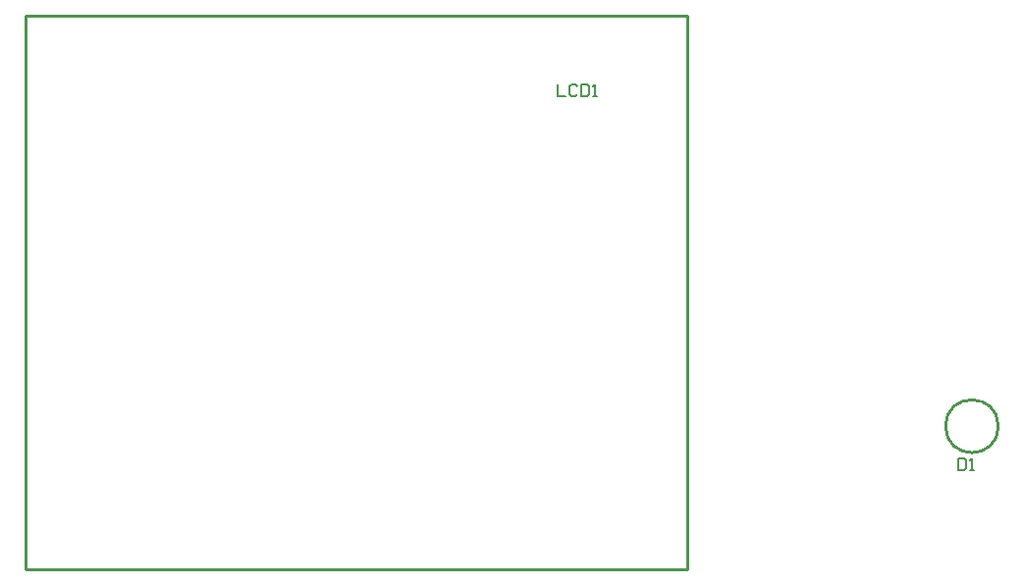
<source format=gto>
%FSLAX25Y25*%
%MOIN*%
G70*
G01*
G75*
G04 Layer_Color=65535*
%ADD10C,0.02362*%
%ADD11C,0.02063*%
%ADD12R,0.01969X0.07874*%
%ADD13C,0.00984*%
%ADD14C,0.01000*%
%ADD15C,0.00787*%
%ADD16C,0.01969*%
%ADD17C,0.01378*%
%ADD18C,0.01181*%
%ADD19C,0.06000*%
%ADD20R,0.06000X0.06000*%
%ADD21C,0.05906*%
%ADD22R,0.05906X0.05906*%
%ADD23O,0.07874X0.11811*%
%ADD24C,0.09843*%
%ADD25C,0.07874*%
%ADD26R,0.05906X0.05906*%
%ADD27R,0.04724X0.06693*%
%ADD28C,0.02756*%
%ADD29C,0.02598*%
%ADD30R,0.03543X0.02362*%
%ADD31R,0.02756X0.03543*%
%ADD32R,0.02362X0.03543*%
%ADD33R,0.03543X0.02756*%
%ADD34R,0.05512X0.03937*%
G04:AMPARAMS|DCode=35|XSize=27.56mil|YSize=35.43mil|CornerRadius=0mil|HoleSize=0mil|Usage=FLASHONLY|Rotation=315.000|XOffset=0mil|YOffset=0mil|HoleType=Round|Shape=Rectangle|*
%AMROTATEDRECTD35*
4,1,4,-0.02227,-0.00278,0.00278,0.02227,0.02227,0.00278,-0.00278,-0.02227,-0.02227,-0.00278,0.0*
%
%ADD35ROTATEDRECTD35*%

%ADD36R,0.10236X0.04724*%
%ADD37R,0.02559X0.03543*%
%ADD38R,0.03937X0.05512*%
G04:AMPARAMS|DCode=39|XSize=27.56mil|YSize=35.43mil|CornerRadius=0mil|HoleSize=0mil|Usage=FLASHONLY|Rotation=45.000|XOffset=0mil|YOffset=0mil|HoleType=Round|Shape=Rectangle|*
%AMROTATEDRECTD39*
4,1,4,0.00278,-0.02227,-0.02227,0.00278,-0.00278,0.02227,0.02227,-0.00278,0.00278,-0.02227,0.0*
%
%ADD39ROTATEDRECTD39*%

%ADD40R,0.01575X0.02362*%
%ADD41R,0.02362X0.01575*%
%ADD42R,0.03937X0.00787*%
%ADD43R,0.03937X0.01969*%
%ADD44R,0.06299X0.05118*%
%ADD45R,0.03543X0.03937*%
%ADD46O,0.08661X0.02362*%
%ADD47O,0.01181X0.07087*%
%ADD48O,0.07087X0.01181*%
%ADD49O,0.05906X0.01969*%
%ADD50R,0.16929X0.16929*%
%ADD51R,0.02559X0.04331*%
%ADD52O,0.02362X0.08661*%
%ADD53R,0.01969X0.01969*%
%ADD54R,0.01969X0.01575*%
%ADD55R,0.05709X0.03150*%
%ADD56R,0.07087X0.09843*%
%ADD57R,0.01969X0.07874*%
%ADD58R,0.07874X0.07874*%
%ADD59R,0.06299X0.03937*%
%ADD60C,0.03937*%
D14*
X632478Y366500D02*
G03*
X632478Y366500I-8978J0D01*
G01*
X302295Y505988D02*
X526705D01*
Y317799D02*
Y505988D01*
X302295Y317799D02*
X526705D01*
X302295D02*
Y505988D01*
D15*
X619000Y355436D02*
Y351500D01*
X620968D01*
X621624Y352156D01*
Y354780D01*
X620968Y355436D01*
X619000D01*
X622936Y351500D02*
X624248D01*
X623592D01*
Y355436D01*
X622936Y354780D01*
X483000Y482436D02*
Y478500D01*
X485624D01*
X489560Y481780D02*
X488904Y482436D01*
X487592D01*
X486936Y481780D01*
Y479156D01*
X487592Y478500D01*
X488904D01*
X489560Y479156D01*
X490871Y482436D02*
Y478500D01*
X492839D01*
X493495Y479156D01*
Y481780D01*
X492839Y482436D01*
X490871D01*
X494807Y478500D02*
X496119D01*
X495463D01*
Y482436D01*
X494807Y481780D01*
M02*

</source>
